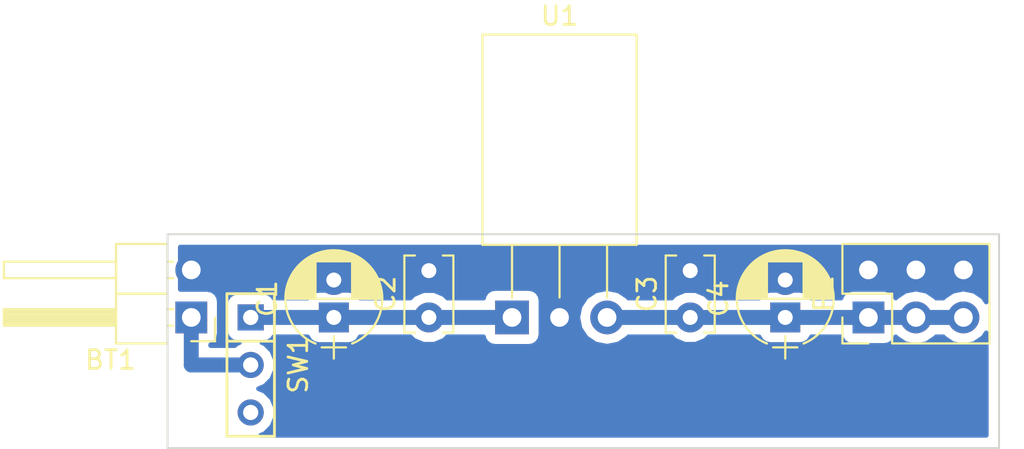
<source format=kicad_pcb>
(kicad_pcb (version 4) (host pcbnew 4.0.2-stable)

  (general
    (links 17)
    (no_connects 0)
    (area 161.024999 109.12 216.09 133.466904)
    (thickness 1.6)
    (drawings 4)
    (tracks 29)
    (zones 0)
    (modules 8)
    (nets 6)
  )

  (page A4)
  (layers
    (0 F.Cu signal)
    (31 B.Cu signal)
    (32 B.Adhes user)
    (33 F.Adhes user)
    (34 B.Paste user)
    (35 F.Paste user)
    (36 B.SilkS user)
    (37 F.SilkS user)
    (38 B.Mask user)
    (39 F.Mask user)
    (40 Dwgs.User user)
    (41 Cmts.User user)
    (42 Eco1.User user)
    (43 Eco2.User user)
    (44 Edge.Cuts user)
    (45 Margin user)
    (46 B.CrtYd user)
    (47 F.CrtYd user)
    (48 B.Fab user)
    (49 F.Fab user)
  )

  (setup
    (last_trace_width 0.8)
    (user_trace_width 0.8)
    (user_trace_width 1)
    (trace_clearance 0.2)
    (zone_clearance 0.508)
    (zone_45_only no)
    (trace_min 0.2)
    (segment_width 0.2)
    (edge_width 0.1)
    (via_size 0.6)
    (via_drill 0.4)
    (via_min_size 0.4)
    (via_min_drill 0.3)
    (uvia_size 0.3)
    (uvia_drill 0.1)
    (uvias_allowed no)
    (uvia_min_size 0.2)
    (uvia_min_drill 0.1)
    (pcb_text_width 0.3)
    (pcb_text_size 1.5 1.5)
    (mod_edge_width 0.15)
    (mod_text_size 1 1)
    (mod_text_width 0.15)
    (pad_size 1.8 1.8)
    (pad_drill 1)
    (pad_to_mask_clearance 0)
    (aux_axis_origin 0 0)
    (visible_elements 7FFFFFFF)
    (pcbplotparams
      (layerselection 0x01000_80000000)
      (usegerberextensions false)
      (excludeedgelayer true)
      (linewidth 0.100000)
      (plotframeref false)
      (viasonmask false)
      (mode 1)
      (useauxorigin false)
      (hpglpennumber 1)
      (hpglpenspeed 20)
      (hpglpendiameter 15)
      (hpglpenoverlay 2)
      (psnegative false)
      (psa4output false)
      (plotreference true)
      (plotvalue true)
      (plotinvisibletext false)
      (padsonsilk false)
      (subtractmaskfromsilk false)
      (outputformat 1)
      (mirror false)
      (drillshape 0)
      (scaleselection 1)
      (outputdirectory 切削データ/))
  )

  (net 0 "")
  (net 1 "Net-(BT1-Pad1)")
  (net 2 "Net-(C1-Pad1)")
  (net 3 "Net-(SW1-Pad3)")
  (net 4 GND)
  (net 5 +5V)

  (net_class Default "これは標準のネット クラスです。"
    (clearance 0.2)
    (trace_width 0.25)
    (via_dia 0.6)
    (via_drill 0.4)
    (uvia_dia 0.3)
    (uvia_drill 0.1)
    (add_net +5V)
    (add_net GND)
    (add_net "Net-(BT1-Pad1)")
    (add_net "Net-(C1-Pad1)")
    (add_net "Net-(SW1-Pad3)")
  )

  (module Pin_Headers:Pin_Header_Angled_1x02_Pitch2.54mm (layer F.Cu) (tedit 5862ED52) (tstamp 58B11175)
    (at 171.45 126.365 180)
    (descr "Through hole angled pin header, 1x02, 2.54mm pitch, 6mm pin length, single row")
    (tags "Through hole angled pin header THT 1x02 2.54mm single row")
    (path /58B0ECEC)
    (fp_text reference BT1 (at 4.315 -2.27 180) (layer F.SilkS)
      (effects (font (size 1 1) (thickness 0.15)))
    )
    (fp_text value Battery (at 4.315 4.81 180) (layer F.Fab)
      (effects (font (size 1 1) (thickness 0.15)))
    )
    (fp_line (start 1.4 -1.27) (end 1.4 1.27) (layer F.Fab) (width 0.1))
    (fp_line (start 1.4 1.27) (end 3.9 1.27) (layer F.Fab) (width 0.1))
    (fp_line (start 3.9 1.27) (end 3.9 -1.27) (layer F.Fab) (width 0.1))
    (fp_line (start 3.9 -1.27) (end 1.4 -1.27) (layer F.Fab) (width 0.1))
    (fp_line (start 0 -0.32) (end 0 0.32) (layer F.Fab) (width 0.1))
    (fp_line (start 0 0.32) (end 9.9 0.32) (layer F.Fab) (width 0.1))
    (fp_line (start 9.9 0.32) (end 9.9 -0.32) (layer F.Fab) (width 0.1))
    (fp_line (start 9.9 -0.32) (end 0 -0.32) (layer F.Fab) (width 0.1))
    (fp_line (start 1.4 1.27) (end 1.4 3.81) (layer F.Fab) (width 0.1))
    (fp_line (start 1.4 3.81) (end 3.9 3.81) (layer F.Fab) (width 0.1))
    (fp_line (start 3.9 3.81) (end 3.9 1.27) (layer F.Fab) (width 0.1))
    (fp_line (start 3.9 1.27) (end 1.4 1.27) (layer F.Fab) (width 0.1))
    (fp_line (start 0 2.22) (end 0 2.86) (layer F.Fab) (width 0.1))
    (fp_line (start 0 2.86) (end 9.9 2.86) (layer F.Fab) (width 0.1))
    (fp_line (start 9.9 2.86) (end 9.9 2.22) (layer F.Fab) (width 0.1))
    (fp_line (start 9.9 2.22) (end 0 2.22) (layer F.Fab) (width 0.1))
    (fp_line (start 1.28 -1.39) (end 1.28 1.27) (layer F.SilkS) (width 0.12))
    (fp_line (start 1.28 1.27) (end 4.02 1.27) (layer F.SilkS) (width 0.12))
    (fp_line (start 4.02 1.27) (end 4.02 -1.39) (layer F.SilkS) (width 0.12))
    (fp_line (start 4.02 -1.39) (end 1.28 -1.39) (layer F.SilkS) (width 0.12))
    (fp_line (start 4.02 -0.44) (end 4.02 0.44) (layer F.SilkS) (width 0.12))
    (fp_line (start 4.02 0.44) (end 10.02 0.44) (layer F.SilkS) (width 0.12))
    (fp_line (start 10.02 0.44) (end 10.02 -0.44) (layer F.SilkS) (width 0.12))
    (fp_line (start 10.02 -0.44) (end 4.02 -0.44) (layer F.SilkS) (width 0.12))
    (fp_line (start 0.97 -0.44) (end 1.28 -0.44) (layer F.SilkS) (width 0.12))
    (fp_line (start 0.97 0.44) (end 1.28 0.44) (layer F.SilkS) (width 0.12))
    (fp_line (start 4.02 -0.32) (end 10.02 -0.32) (layer F.SilkS) (width 0.12))
    (fp_line (start 4.02 -0.2) (end 10.02 -0.2) (layer F.SilkS) (width 0.12))
    (fp_line (start 4.02 -0.08) (end 10.02 -0.08) (layer F.SilkS) (width 0.12))
    (fp_line (start 4.02 0.04) (end 10.02 0.04) (layer F.SilkS) (width 0.12))
    (fp_line (start 4.02 0.16) (end 10.02 0.16) (layer F.SilkS) (width 0.12))
    (fp_line (start 4.02 0.28) (end 10.02 0.28) (layer F.SilkS) (width 0.12))
    (fp_line (start 4.02 0.4) (end 10.02 0.4) (layer F.SilkS) (width 0.12))
    (fp_line (start 1.28 1.27) (end 1.28 3.93) (layer F.SilkS) (width 0.12))
    (fp_line (start 1.28 3.93) (end 4.02 3.93) (layer F.SilkS) (width 0.12))
    (fp_line (start 4.02 3.93) (end 4.02 1.27) (layer F.SilkS) (width 0.12))
    (fp_line (start 4.02 1.27) (end 1.28 1.27) (layer F.SilkS) (width 0.12))
    (fp_line (start 4.02 2.1) (end 4.02 2.98) (layer F.SilkS) (width 0.12))
    (fp_line (start 4.02 2.98) (end 10.02 2.98) (layer F.SilkS) (width 0.12))
    (fp_line (start 10.02 2.98) (end 10.02 2.1) (layer F.SilkS) (width 0.12))
    (fp_line (start 10.02 2.1) (end 4.02 2.1) (layer F.SilkS) (width 0.12))
    (fp_line (start 0.97 2.1) (end 1.28 2.1) (layer F.SilkS) (width 0.12))
    (fp_line (start 0.97 2.98) (end 1.28 2.98) (layer F.SilkS) (width 0.12))
    (fp_line (start -1.27 0) (end -1.27 -1.27) (layer F.SilkS) (width 0.12))
    (fp_line (start -1.27 -1.27) (end 0 -1.27) (layer F.SilkS) (width 0.12))
    (fp_line (start -1.6 -1.6) (end -1.6 4.1) (layer F.CrtYd) (width 0.05))
    (fp_line (start -1.6 4.1) (end 10.2 4.1) (layer F.CrtYd) (width 0.05))
    (fp_line (start 10.2 4.1) (end 10.2 -1.6) (layer F.CrtYd) (width 0.05))
    (fp_line (start 10.2 -1.6) (end -1.6 -1.6) (layer F.CrtYd) (width 0.05))
    (pad 1 thru_hole rect (at 0 0 180) (size 1.7 1.7) (drill 1) (layers *.Cu *.Mask)
      (net 1 "Net-(BT1-Pad1)"))
    (pad 2 thru_hole oval (at 0 2.54 180) (size 1.7 1.7) (drill 1) (layers *.Cu *.Mask)
      (net 4 GND))
    (model Pin_Headers.3dshapes/Pin_Header_Angled_1x02_Pitch2.54mm.wrl
      (at (xyz 0 -0.05 0))
      (scale (xyz 1 1 1))
      (rotate (xyz 0 0 90))
    )
  )

  (module Capacitors_THT:CP_Radial_D5.0mm_P2.00mm (layer F.Cu) (tedit 58765D06) (tstamp 58B1117B)
    (at 179.07 126.365 90)
    (descr "CP, Radial series, Radial, pin pitch=2.00mm, , diameter=5mm, Electrolytic Capacitor")
    (tags "CP Radial series Radial pin pitch 2.00mm  diameter 5mm Electrolytic Capacitor")
    (path /58B0E931)
    (fp_text reference C1 (at 1 -3.56 90) (layer F.SilkS)
      (effects (font (size 1 1) (thickness 0.15)))
    )
    (fp_text value CP (at 1 3.56 90) (layer F.Fab)
      (effects (font (size 1 1) (thickness 0.15)))
    )
    (fp_arc (start 1 0) (end -1.397436 -0.98) (angle 135.5) (layer F.SilkS) (width 0.12))
    (fp_arc (start 1 0) (end -1.397436 0.98) (angle -135.5) (layer F.SilkS) (width 0.12))
    (fp_arc (start 1 0) (end 3.397436 -0.98) (angle 44.5) (layer F.SilkS) (width 0.12))
    (fp_circle (center 1 0) (end 3.5 0) (layer F.Fab) (width 0.1))
    (fp_line (start -2.2 0) (end -1 0) (layer F.Fab) (width 0.1))
    (fp_line (start -1.6 -0.65) (end -1.6 0.65) (layer F.Fab) (width 0.1))
    (fp_line (start 1 -2.55) (end 1 2.55) (layer F.SilkS) (width 0.12))
    (fp_line (start 1.04 -2.55) (end 1.04 -0.98) (layer F.SilkS) (width 0.12))
    (fp_line (start 1.04 0.98) (end 1.04 2.55) (layer F.SilkS) (width 0.12))
    (fp_line (start 1.08 -2.549) (end 1.08 -0.98) (layer F.SilkS) (width 0.12))
    (fp_line (start 1.08 0.98) (end 1.08 2.549) (layer F.SilkS) (width 0.12))
    (fp_line (start 1.12 -2.548) (end 1.12 -0.98) (layer F.SilkS) (width 0.12))
    (fp_line (start 1.12 0.98) (end 1.12 2.548) (layer F.SilkS) (width 0.12))
    (fp_line (start 1.16 -2.546) (end 1.16 -0.98) (layer F.SilkS) (width 0.12))
    (fp_line (start 1.16 0.98) (end 1.16 2.546) (layer F.SilkS) (width 0.12))
    (fp_line (start 1.2 -2.543) (end 1.2 -0.98) (layer F.SilkS) (width 0.12))
    (fp_line (start 1.2 0.98) (end 1.2 2.543) (layer F.SilkS) (width 0.12))
    (fp_line (start 1.24 -2.539) (end 1.24 -0.98) (layer F.SilkS) (width 0.12))
    (fp_line (start 1.24 0.98) (end 1.24 2.539) (layer F.SilkS) (width 0.12))
    (fp_line (start 1.28 -2.535) (end 1.28 -0.98) (layer F.SilkS) (width 0.12))
    (fp_line (start 1.28 0.98) (end 1.28 2.535) (layer F.SilkS) (width 0.12))
    (fp_line (start 1.32 -2.531) (end 1.32 -0.98) (layer F.SilkS) (width 0.12))
    (fp_line (start 1.32 0.98) (end 1.32 2.531) (layer F.SilkS) (width 0.12))
    (fp_line (start 1.36 -2.525) (end 1.36 -0.98) (layer F.SilkS) (width 0.12))
    (fp_line (start 1.36 0.98) (end 1.36 2.525) (layer F.SilkS) (width 0.12))
    (fp_line (start 1.4 -2.519) (end 1.4 -0.98) (layer F.SilkS) (width 0.12))
    (fp_line (start 1.4 0.98) (end 1.4 2.519) (layer F.SilkS) (width 0.12))
    (fp_line (start 1.44 -2.513) (end 1.44 -0.98) (layer F.SilkS) (width 0.12))
    (fp_line (start 1.44 0.98) (end 1.44 2.513) (layer F.SilkS) (width 0.12))
    (fp_line (start 1.48 -2.506) (end 1.48 -0.98) (layer F.SilkS) (width 0.12))
    (fp_line (start 1.48 0.98) (end 1.48 2.506) (layer F.SilkS) (width 0.12))
    (fp_line (start 1.52 -2.498) (end 1.52 -0.98) (layer F.SilkS) (width 0.12))
    (fp_line (start 1.52 0.98) (end 1.52 2.498) (layer F.SilkS) (width 0.12))
    (fp_line (start 1.56 -2.489) (end 1.56 -0.98) (layer F.SilkS) (width 0.12))
    (fp_line (start 1.56 0.98) (end 1.56 2.489) (layer F.SilkS) (width 0.12))
    (fp_line (start 1.6 -2.48) (end 1.6 -0.98) (layer F.SilkS) (width 0.12))
    (fp_line (start 1.6 0.98) (end 1.6 2.48) (layer F.SilkS) (width 0.12))
    (fp_line (start 1.64 -2.47) (end 1.64 -0.98) (layer F.SilkS) (width 0.12))
    (fp_line (start 1.64 0.98) (end 1.64 2.47) (layer F.SilkS) (width 0.12))
    (fp_line (start 1.68 -2.46) (end 1.68 -0.98) (layer F.SilkS) (width 0.12))
    (fp_line (start 1.68 0.98) (end 1.68 2.46) (layer F.SilkS) (width 0.12))
    (fp_line (start 1.721 -2.448) (end 1.721 -0.98) (layer F.SilkS) (width 0.12))
    (fp_line (start 1.721 0.98) (end 1.721 2.448) (layer F.SilkS) (width 0.12))
    (fp_line (start 1.761 -2.436) (end 1.761 -0.98) (layer F.SilkS) (width 0.12))
    (fp_line (start 1.761 0.98) (end 1.761 2.436) (layer F.SilkS) (width 0.12))
    (fp_line (start 1.801 -2.424) (end 1.801 -0.98) (layer F.SilkS) (width 0.12))
    (fp_line (start 1.801 0.98) (end 1.801 2.424) (layer F.SilkS) (width 0.12))
    (fp_line (start 1.841 -2.41) (end 1.841 -0.98) (layer F.SilkS) (width 0.12))
    (fp_line (start 1.841 0.98) (end 1.841 2.41) (layer F.SilkS) (width 0.12))
    (fp_line (start 1.881 -2.396) (end 1.881 -0.98) (layer F.SilkS) (width 0.12))
    (fp_line (start 1.881 0.98) (end 1.881 2.396) (layer F.SilkS) (width 0.12))
    (fp_line (start 1.921 -2.382) (end 1.921 -0.98) (layer F.SilkS) (width 0.12))
    (fp_line (start 1.921 0.98) (end 1.921 2.382) (layer F.SilkS) (width 0.12))
    (fp_line (start 1.961 -2.366) (end 1.961 -0.98) (layer F.SilkS) (width 0.12))
    (fp_line (start 1.961 0.98) (end 1.961 2.366) (layer F.SilkS) (width 0.12))
    (fp_line (start 2.001 -2.35) (end 2.001 -0.98) (layer F.SilkS) (width 0.12))
    (fp_line (start 2.001 0.98) (end 2.001 2.35) (layer F.SilkS) (width 0.12))
    (fp_line (start 2.041 -2.333) (end 2.041 -0.98) (layer F.SilkS) (width 0.12))
    (fp_line (start 2.041 0.98) (end 2.041 2.333) (layer F.SilkS) (width 0.12))
    (fp_line (start 2.081 -2.315) (end 2.081 -0.98) (layer F.SilkS) (width 0.12))
    (fp_line (start 2.081 0.98) (end 2.081 2.315) (layer F.SilkS) (width 0.12))
    (fp_line (start 2.121 -2.296) (end 2.121 -0.98) (layer F.SilkS) (width 0.12))
    (fp_line (start 2.121 0.98) (end 2.121 2.296) (layer F.SilkS) (width 0.12))
    (fp_line (start 2.161 -2.276) (end 2.161 -0.98) (layer F.SilkS) (width 0.12))
    (fp_line (start 2.161 0.98) (end 2.161 2.276) (layer F.SilkS) (width 0.12))
    (fp_line (start 2.201 -2.256) (end 2.201 -0.98) (layer F.SilkS) (width 0.12))
    (fp_line (start 2.201 0.98) (end 2.201 2.256) (layer F.SilkS) (width 0.12))
    (fp_line (start 2.241 -2.234) (end 2.241 -0.98) (layer F.SilkS) (width 0.12))
    (fp_line (start 2.241 0.98) (end 2.241 2.234) (layer F.SilkS) (width 0.12))
    (fp_line (start 2.281 -2.212) (end 2.281 -0.98) (layer F.SilkS) (width 0.12))
    (fp_line (start 2.281 0.98) (end 2.281 2.212) (layer F.SilkS) (width 0.12))
    (fp_line (start 2.321 -2.189) (end 2.321 -0.98) (layer F.SilkS) (width 0.12))
    (fp_line (start 2.321 0.98) (end 2.321 2.189) (layer F.SilkS) (width 0.12))
    (fp_line (start 2.361 -2.165) (end 2.361 -0.98) (layer F.SilkS) (width 0.12))
    (fp_line (start 2.361 0.98) (end 2.361 2.165) (layer F.SilkS) (width 0.12))
    (fp_line (start 2.401 -2.14) (end 2.401 -0.98) (layer F.SilkS) (width 0.12))
    (fp_line (start 2.401 0.98) (end 2.401 2.14) (layer F.SilkS) (width 0.12))
    (fp_line (start 2.441 -2.113) (end 2.441 -0.98) (layer F.SilkS) (width 0.12))
    (fp_line (start 2.441 0.98) (end 2.441 2.113) (layer F.SilkS) (width 0.12))
    (fp_line (start 2.481 -2.086) (end 2.481 -0.98) (layer F.SilkS) (width 0.12))
    (fp_line (start 2.481 0.98) (end 2.481 2.086) (layer F.SilkS) (width 0.12))
    (fp_line (start 2.521 -2.058) (end 2.521 -0.98) (layer F.SilkS) (width 0.12))
    (fp_line (start 2.521 0.98) (end 2.521 2.058) (layer F.SilkS) (width 0.12))
    (fp_line (start 2.561 -2.028) (end 2.561 -0.98) (layer F.SilkS) (width 0.12))
    (fp_line (start 2.561 0.98) (end 2.561 2.028) (layer F.SilkS) (width 0.12))
    (fp_line (start 2.601 -1.997) (end 2.601 -0.98) (layer F.SilkS) (width 0.12))
    (fp_line (start 2.601 0.98) (end 2.601 1.997) (layer F.SilkS) (width 0.12))
    (fp_line (start 2.641 -1.965) (end 2.641 -0.98) (layer F.SilkS) (width 0.12))
    (fp_line (start 2.641 0.98) (end 2.641 1.965) (layer F.SilkS) (width 0.12))
    (fp_line (start 2.681 -1.932) (end 2.681 -0.98) (layer F.SilkS) (width 0.12))
    (fp_line (start 2.681 0.98) (end 2.681 1.932) (layer F.SilkS) (width 0.12))
    (fp_line (start 2.721 -1.897) (end 2.721 -0.98) (layer F.SilkS) (width 0.12))
    (fp_line (start 2.721 0.98) (end 2.721 1.897) (layer F.SilkS) (width 0.12))
    (fp_line (start 2.761 -1.861) (end 2.761 -0.98) (layer F.SilkS) (width 0.12))
    (fp_line (start 2.761 0.98) (end 2.761 1.861) (layer F.SilkS) (width 0.12))
    (fp_line (start 2.801 -1.823) (end 2.801 -0.98) (layer F.SilkS) (width 0.12))
    (fp_line (start 2.801 0.98) (end 2.801 1.823) (layer F.SilkS) (width 0.12))
    (fp_line (start 2.841 -1.783) (end 2.841 -0.98) (layer F.SilkS) (width 0.12))
    (fp_line (start 2.841 0.98) (end 2.841 1.783) (layer F.SilkS) (width 0.12))
    (fp_line (start 2.881 -1.742) (end 2.881 -0.98) (layer F.SilkS) (width 0.12))
    (fp_line (start 2.881 0.98) (end 2.881 1.742) (layer F.SilkS) (width 0.12))
    (fp_line (start 2.921 -1.699) (end 2.921 -0.98) (layer F.SilkS) (width 0.12))
    (fp_line (start 2.921 0.98) (end 2.921 1.699) (layer F.SilkS) (width 0.12))
    (fp_line (start 2.961 -1.654) (end 2.961 -0.98) (layer F.SilkS) (width 0.12))
    (fp_line (start 2.961 0.98) (end 2.961 1.654) (layer F.SilkS) (width 0.12))
    (fp_line (start 3.001 -1.606) (end 3.001 1.606) (layer F.SilkS) (width 0.12))
    (fp_line (start 3.041 -1.556) (end 3.041 1.556) (layer F.SilkS) (width 0.12))
    (fp_line (start 3.081 -1.504) (end 3.081 1.504) (layer F.SilkS) (width 0.12))
    (fp_line (start 3.121 -1.448) (end 3.121 1.448) (layer F.SilkS) (width 0.12))
    (fp_line (start 3.161 -1.39) (end 3.161 1.39) (layer F.SilkS) (width 0.12))
    (fp_line (start 3.201 -1.327) (end 3.201 1.327) (layer F.SilkS) (width 0.12))
    (fp_line (start 3.241 -1.261) (end 3.241 1.261) (layer F.SilkS) (width 0.12))
    (fp_line (start 3.281 -1.189) (end 3.281 1.189) (layer F.SilkS) (width 0.12))
    (fp_line (start 3.321 -1.112) (end 3.321 1.112) (layer F.SilkS) (width 0.12))
    (fp_line (start 3.361 -1.028) (end 3.361 1.028) (layer F.SilkS) (width 0.12))
    (fp_line (start 3.401 -0.934) (end 3.401 0.934) (layer F.SilkS) (width 0.12))
    (fp_line (start 3.441 -0.829) (end 3.441 0.829) (layer F.SilkS) (width 0.12))
    (fp_line (start 3.481 -0.707) (end 3.481 0.707) (layer F.SilkS) (width 0.12))
    (fp_line (start 3.521 -0.559) (end 3.521 0.559) (layer F.SilkS) (width 0.12))
    (fp_line (start 3.561 -0.354) (end 3.561 0.354) (layer F.SilkS) (width 0.12))
    (fp_line (start -2.2 0) (end -1 0) (layer F.SilkS) (width 0.12))
    (fp_line (start -1.6 -0.65) (end -1.6 0.65) (layer F.SilkS) (width 0.12))
    (fp_line (start -1.85 -2.85) (end -1.85 2.85) (layer F.CrtYd) (width 0.05))
    (fp_line (start -1.85 2.85) (end 3.85 2.85) (layer F.CrtYd) (width 0.05))
    (fp_line (start 3.85 2.85) (end 3.85 -2.85) (layer F.CrtYd) (width 0.05))
    (fp_line (start 3.85 -2.85) (end -1.85 -2.85) (layer F.CrtYd) (width 0.05))
    (pad 1 thru_hole rect (at 0 0 90) (size 1.6 1.6) (drill 0.8) (layers *.Cu *.Mask)
      (net 2 "Net-(C1-Pad1)"))
    (pad 2 thru_hole circle (at 2 0 90) (size 1.6 1.6) (drill 0.8) (layers *.Cu *.Mask)
      (net 4 GND))
    (model Capacitors_THT.3dshapes/CP_Radial_D5.0mm_P2.00mm.wrl
      (at (xyz 0 0 0))
      (scale (xyz 0.393701 0.393701 0.393701))
      (rotate (xyz 0 0 0))
    )
  )

  (module Capacitors_THT:C_Rect_L4.0mm_W2.5mm_P2.50mm (layer F.Cu) (tedit 58B1442D) (tstamp 58B11181)
    (at 184.15 126.365 90)
    (descr "C, Rect series, Radial, pin pitch=2.50mm, , length*width=4*2.5mm^2, Capacitor")
    (tags "C Rect series Radial pin pitch 2.50mm  length 4mm width 2.5mm Capacitor")
    (path /58B0E7BB)
    (fp_text reference C2 (at 1.25 -2.31 90) (layer F.SilkS)
      (effects (font (size 1 1) (thickness 0.15)))
    )
    (fp_text value C (at 1.25 2.31 90) (layer F.Fab)
      (effects (font (size 1 1) (thickness 0.15)))
    )
    (fp_line (start -0.75 -1.25) (end -0.75 1.25) (layer F.Fab) (width 0.1))
    (fp_line (start -0.75 1.25) (end 3.25 1.25) (layer F.Fab) (width 0.1))
    (fp_line (start 3.25 1.25) (end 3.25 -1.25) (layer F.Fab) (width 0.1))
    (fp_line (start 3.25 -1.25) (end -0.75 -1.25) (layer F.Fab) (width 0.1))
    (fp_line (start -0.81 -1.31) (end 3.31 -1.31) (layer F.SilkS) (width 0.12))
    (fp_line (start -0.81 1.31) (end 3.31 1.31) (layer F.SilkS) (width 0.12))
    (fp_line (start -0.81 -1.31) (end -0.81 -0.75) (layer F.SilkS) (width 0.12))
    (fp_line (start -0.81 0.75) (end -0.81 1.31) (layer F.SilkS) (width 0.12))
    (fp_line (start 3.31 -1.31) (end 3.31 -0.75) (layer F.SilkS) (width 0.12))
    (fp_line (start 3.31 0.75) (end 3.31 1.31) (layer F.SilkS) (width 0.12))
    (fp_line (start -1.1 -1.6) (end -1.1 1.6) (layer F.CrtYd) (width 0.05))
    (fp_line (start -1.1 1.6) (end 3.6 1.6) (layer F.CrtYd) (width 0.05))
    (fp_line (start 3.6 1.6) (end 3.6 -1.6) (layer F.CrtYd) (width 0.05))
    (fp_line (start 3.6 -1.6) (end -1.1 -1.6) (layer F.CrtYd) (width 0.05))
    (pad 1 thru_hole circle (at 0 0 90) (size 1.6 1.6) (drill 0.8) (layers *.Cu *.Mask)
      (net 2 "Net-(C1-Pad1)"))
    (pad 2 thru_hole circle (at 2.5 0 90) (size 1.6 1.6) (drill 0.8) (layers *.Cu *.Mask)
      (net 4 GND))
    (model Capacitors_THT.3dshapes/C_Rect_L4.0mm_W2.5mm_P2.50mm.wrl
      (at (xyz 0 0 0))
      (scale (xyz 0.393701 0.393701 0.393701))
      (rotate (xyz 0 0 0))
    )
  )

  (module Capacitors_THT:C_Rect_L4.0mm_W2.5mm_P2.50mm (layer F.Cu) (tedit 58765D05) (tstamp 58B11187)
    (at 198.12 126.365 90)
    (descr "C, Rect series, Radial, pin pitch=2.50mm, , length*width=4*2.5mm^2, Capacitor")
    (tags "C Rect series Radial pin pitch 2.50mm  length 4mm width 2.5mm Capacitor")
    (path /58B0E850)
    (fp_text reference C3 (at 1.25 -2.31 90) (layer F.SilkS)
      (effects (font (size 1 1) (thickness 0.15)))
    )
    (fp_text value C (at 1.25 2.31 90) (layer F.Fab)
      (effects (font (size 1 1) (thickness 0.15)))
    )
    (fp_line (start -0.75 -1.25) (end -0.75 1.25) (layer F.Fab) (width 0.1))
    (fp_line (start -0.75 1.25) (end 3.25 1.25) (layer F.Fab) (width 0.1))
    (fp_line (start 3.25 1.25) (end 3.25 -1.25) (layer F.Fab) (width 0.1))
    (fp_line (start 3.25 -1.25) (end -0.75 -1.25) (layer F.Fab) (width 0.1))
    (fp_line (start -0.81 -1.31) (end 3.31 -1.31) (layer F.SilkS) (width 0.12))
    (fp_line (start -0.81 1.31) (end 3.31 1.31) (layer F.SilkS) (width 0.12))
    (fp_line (start -0.81 -1.31) (end -0.81 -0.75) (layer F.SilkS) (width 0.12))
    (fp_line (start -0.81 0.75) (end -0.81 1.31) (layer F.SilkS) (width 0.12))
    (fp_line (start 3.31 -1.31) (end 3.31 -0.75) (layer F.SilkS) (width 0.12))
    (fp_line (start 3.31 0.75) (end 3.31 1.31) (layer F.SilkS) (width 0.12))
    (fp_line (start -1.1 -1.6) (end -1.1 1.6) (layer F.CrtYd) (width 0.05))
    (fp_line (start -1.1 1.6) (end 3.6 1.6) (layer F.CrtYd) (width 0.05))
    (fp_line (start 3.6 1.6) (end 3.6 -1.6) (layer F.CrtYd) (width 0.05))
    (fp_line (start 3.6 -1.6) (end -1.1 -1.6) (layer F.CrtYd) (width 0.05))
    (pad 1 thru_hole circle (at 0 0 90) (size 1.6 1.6) (drill 0.8) (layers *.Cu *.Mask)
      (net 5 +5V))
    (pad 2 thru_hole circle (at 2.5 0 90) (size 1.6 1.6) (drill 0.8) (layers *.Cu *.Mask)
      (net 4 GND))
    (model Capacitors_THT.3dshapes/C_Rect_L4.0mm_W2.5mm_P2.50mm.wrl
      (at (xyz 0 0 0))
      (scale (xyz 0.393701 0.393701 0.393701))
      (rotate (xyz 0 0 0))
    )
  )

  (module Capacitors_THT:CP_Radial_D5.0mm_P2.00mm (layer F.Cu) (tedit 58765D06) (tstamp 58B1118D)
    (at 203.2 126.365 90)
    (descr "CP, Radial series, Radial, pin pitch=2.00mm, , diameter=5mm, Electrolytic Capacitor")
    (tags "CP Radial series Radial pin pitch 2.00mm  diameter 5mm Electrolytic Capacitor")
    (path /58B0E9AA)
    (fp_text reference C4 (at 1 -3.56 90) (layer F.SilkS)
      (effects (font (size 1 1) (thickness 0.15)))
    )
    (fp_text value CP (at 1 3.56 90) (layer F.Fab)
      (effects (font (size 1 1) (thickness 0.15)))
    )
    (fp_arc (start 1 0) (end -1.397436 -0.98) (angle 135.5) (layer F.SilkS) (width 0.12))
    (fp_arc (start 1 0) (end -1.397436 0.98) (angle -135.5) (layer F.SilkS) (width 0.12))
    (fp_arc (start 1 0) (end 3.397436 -0.98) (angle 44.5) (layer F.SilkS) (width 0.12))
    (fp_circle (center 1 0) (end 3.5 0) (layer F.Fab) (width 0.1))
    (fp_line (start -2.2 0) (end -1 0) (layer F.Fab) (width 0.1))
    (fp_line (start -1.6 -0.65) (end -1.6 0.65) (layer F.Fab) (width 0.1))
    (fp_line (start 1 -2.55) (end 1 2.55) (layer F.SilkS) (width 0.12))
    (fp_line (start 1.04 -2.55) (end 1.04 -0.98) (layer F.SilkS) (width 0.12))
    (fp_line (start 1.04 0.98) (end 1.04 2.55) (layer F.SilkS) (width 0.12))
    (fp_line (start 1.08 -2.549) (end 1.08 -0.98) (layer F.SilkS) (width 0.12))
    (fp_line (start 1.08 0.98) (end 1.08 2.549) (layer F.SilkS) (width 0.12))
    (fp_line (start 1.12 -2.548) (end 1.12 -0.98) (layer F.SilkS) (width 0.12))
    (fp_line (start 1.12 0.98) (end 1.12 2.548) (layer F.SilkS) (width 0.12))
    (fp_line (start 1.16 -2.546) (end 1.16 -0.98) (layer F.SilkS) (width 0.12))
    (fp_line (start 1.16 0.98) (end 1.16 2.546) (layer F.SilkS) (width 0.12))
    (fp_line (start 1.2 -2.543) (end 1.2 -0.98) (layer F.SilkS) (width 0.12))
    (fp_line (start 1.2 0.98) (end 1.2 2.543) (layer F.SilkS) (width 0.12))
    (fp_line (start 1.24 -2.539) (end 1.24 -0.98) (layer F.SilkS) (width 0.12))
    (fp_line (start 1.24 0.98) (end 1.24 2.539) (layer F.SilkS) (width 0.12))
    (fp_line (start 1.28 -2.535) (end 1.28 -0.98) (layer F.SilkS) (width 0.12))
    (fp_line (start 1.28 0.98) (end 1.28 2.535) (layer F.SilkS) (width 0.12))
    (fp_line (start 1.32 -2.531) (end 1.32 -0.98) (layer F.SilkS) (width 0.12))
    (fp_line (start 1.32 0.98) (end 1.32 2.531) (layer F.SilkS) (width 0.12))
    (fp_line (start 1.36 -2.525) (end 1.36 -0.98) (layer F.SilkS) (width 0.12))
    (fp_line (start 1.36 0.98) (end 1.36 2.525) (layer F.SilkS) (width 0.12))
    (fp_line (start 1.4 -2.519) (end 1.4 -0.98) (layer F.SilkS) (width 0.12))
    (fp_line (start 1.4 0.98) (end 1.4 2.519) (layer F.SilkS) (width 0.12))
    (fp_line (start 1.44 -2.513) (end 1.44 -0.98) (layer F.SilkS) (width 0.12))
    (fp_line (start 1.44 0.98) (end 1.44 2.513) (layer F.SilkS) (width 0.12))
    (fp_line (start 1.48 -2.506) (end 1.48 -0.98) (layer F.SilkS) (width 0.12))
    (fp_line (start 1.48 0.98) (end 1.48 2.506) (layer F.SilkS) (width 0.12))
    (fp_line (start 1.52 -2.498) (end 1.52 -0.98) (layer F.SilkS) (width 0.12))
    (fp_line (start 1.52 0.98) (end 1.52 2.498) (layer F.SilkS) (width 0.12))
    (fp_line (start 1.56 -2.489) (end 1.56 -0.98) (layer F.SilkS) (width 0.12))
    (fp_line (start 1.56 0.98) (end 1.56 2.489) (layer F.SilkS) (width 0.12))
    (fp_line (start 1.6 -2.48) (end 1.6 -0.98) (layer F.SilkS) (width 0.12))
    (fp_line (start 1.6 0.98) (end 1.6 2.48) (layer F.SilkS) (width 0.12))
    (fp_line (start 1.64 -2.47) (end 1.64 -0.98) (layer F.SilkS) (width 0.12))
    (fp_line (start 1.64 0.98) (end 1.64 2.47) (layer F.SilkS) (width 0.12))
    (fp_line (start 1.68 -2.46) (end 1.68 -0.98) (layer F.SilkS) (width 0.12))
    (fp_line (start 1.68 0.98) (end 1.68 2.46) (layer F.SilkS) (width 0.12))
    (fp_line (start 1.721 -2.448) (end 1.721 -0.98) (layer F.SilkS) (width 0.12))
    (fp_line (start 1.721 0.98) (end 1.721 2.448) (layer F.SilkS) (width 0.12))
    (fp_line (start 1.761 -2.436) (end 1.761 -0.98) (layer F.SilkS) (width 0.12))
    (fp_line (start 1.761 0.98) (end 1.761 2.436) (layer F.SilkS) (width 0.12))
    (fp_line (start 1.801 -2.424) (end 1.801 -0.98) (layer F.SilkS) (width 0.12))
    (fp_line (start 1.801 0.98) (end 1.801 2.424) (layer F.SilkS) (width 0.12))
    (fp_line (start 1.841 -2.41) (end 1.841 -0.98) (layer F.SilkS) (width 0.12))
    (fp_line (start 1.841 0.98) (end 1.841 2.41) (layer F.SilkS) (width 0.12))
    (fp_line (start 1.881 -2.396) (end 1.881 -0.98) (layer F.SilkS) (width 0.12))
    (fp_line (start 1.881 0.98) (end 1.881 2.396) (layer F.SilkS) (width 0.12))
    (fp_line (start 1.921 -2.382) (end 1.921 -0.98) (layer F.SilkS) (width 0.12))
    (fp_line (start 1.921 0.98) (end 1.921 2.382) (layer F.SilkS) (width 0.12))
    (fp_line (start 1.961 -2.366) (end 1.961 -0.98) (layer F.SilkS) (width 0.12))
    (fp_line (start 1.961 0.98) (end 1.961 2.366) (layer F.SilkS) (width 0.12))
    (fp_line (start 2.001 -2.35) (end 2.001 -0.98) (layer F.SilkS) (width 0.12))
    (fp_line (start 2.001 0.98) (end 2.001 2.35) (layer F.SilkS) (width 0.12))
    (fp_line (start 2.041 -2.333) (end 2.041 -0.98) (layer F.SilkS) (width 0.12))
    (fp_line (start 2.041 0.98) (end 2.041 2.333) (layer F.SilkS) (width 0.12))
    (fp_line (start 2.081 -2.315) (end 2.081 -0.98) (layer F.SilkS) (width 0.12))
    (fp_line (start 2.081 0.98) (end 2.081 2.315) (layer F.SilkS) (width 0.12))
    (fp_line (start 2.121 -2.296) (end 2.121 -0.98) (layer F.SilkS) (width 0.12))
    (fp_line (start 2.121 0.98) (end 2.121 2.296) (layer F.SilkS) (width 0.12))
    (fp_line (start 2.161 -2.276) (end 2.161 -0.98) (layer F.SilkS) (width 0.12))
    (fp_line (start 2.161 0.98) (end 2.161 2.276) (layer F.SilkS) (width 0.12))
    (fp_line (start 2.201 -2.256) (end 2.201 -0.98) (layer F.SilkS) (width 0.12))
    (fp_line (start 2.201 0.98) (end 2.201 2.256) (layer F.SilkS) (width 0.12))
    (fp_line (start 2.241 -2.234) (end 2.241 -0.98) (layer F.SilkS) (width 0.12))
    (fp_line (start 2.241 0.98) (end 2.241 2.234) (layer F.SilkS) (width 0.12))
    (fp_line (start 2.281 -2.212) (end 2.281 -0.98) (layer F.SilkS) (width 0.12))
    (fp_line (start 2.281 0.98) (end 2.281 2.212) (layer F.SilkS) (width 0.12))
    (fp_line (start 2.321 -2.189) (end 2.321 -0.98) (layer F.SilkS) (width 0.12))
    (fp_line (start 2.321 0.98) (end 2.321 2.189) (layer F.SilkS) (width 0.12))
    (fp_line (start 2.361 -2.165) (end 2.361 -0.98) (layer F.SilkS) (width 0.12))
    (fp_line (start 2.361 0.98) (end 2.361 2.165) (layer F.SilkS) (width 0.12))
    (fp_line (start 2.401 -2.14) (end 2.401 -0.98) (layer F.SilkS) (width 0.12))
    (fp_line (start 2.401 0.98) (end 2.401 2.14) (layer F.SilkS) (width 0.12))
    (fp_line (start 2.441 -2.113) (end 2.441 -0.98) (layer F.SilkS) (width 0.12))
    (fp_line (start 2.441 0.98) (end 2.441 2.113) (layer F.SilkS) (width 0.12))
    (fp_line (start 2.481 -2.086) (end 2.481 -0.98) (layer F.SilkS) (width 0.12))
    (fp_line (start 2.481 0.98) (end 2.481 2.086) (layer F.SilkS) (width 0.12))
    (fp_line (start 2.521 -2.058) (end 2.521 -0.98) (layer F.SilkS) (width 0.12))
    (fp_line (start 2.521 0.98) (end 2.521 2.058) (layer F.SilkS) (width 0.12))
    (fp_line (start 2.561 -2.028) (end 2.561 -0.98) (layer F.SilkS) (width 0.12))
    (fp_line (start 2.561 0.98) (end 2.561 2.028) (layer F.SilkS) (width 0.12))
    (fp_line (start 2.601 -1.997) (end 2.601 -0.98) (layer F.SilkS) (width 0.12))
    (fp_line (start 2.601 0.98) (end 2.601 1.997) (layer F.SilkS) (width 0.12))
    (fp_line (start 2.641 -1.965) (end 2.641 -0.98) (layer F.SilkS) (width 0.12))
    (fp_line (start 2.641 0.98) (end 2.641 1.965) (layer F.SilkS) (width 0.12))
    (fp_line (start 2.681 -1.932) (end 2.681 -0.98) (layer F.SilkS) (width 0.12))
    (fp_line (start 2.681 0.98) (end 2.681 1.932) (layer F.SilkS) (width 0.12))
    (fp_line (start 2.721 -1.897) (end 2.721 -0.98) (layer F.SilkS) (width 0.12))
    (fp_line (start 2.721 0.98) (end 2.721 1.897) (layer F.SilkS) (width 0.12))
    (fp_line (start 2.761 -1.861) (end 2.761 -0.98) (layer F.SilkS) (width 0.12))
    (fp_line (start 2.761 0.98) (end 2.761 1.861) (layer F.SilkS) (width 0.12))
    (fp_line (start 2.801 -1.823) (end 2.801 -0.98) (layer F.SilkS) (width 0.12))
    (fp_line (start 2.801 0.98) (end 2.801 1.823) (layer F.SilkS) (width 0.12))
    (fp_line (start 2.841 -1.783) (end 2.841 -0.98) (layer F.SilkS) (width 0.12))
    (fp_line (start 2.841 0.98) (end 2.841 1.783) (layer F.SilkS) (width 0.12))
    (fp_line (start 2.881 -1.742) (end 2.881 -0.98) (layer F.SilkS) (width 0.12))
    (fp_line (start 2.881 0.98) (end 2.881 1.742) (layer F.SilkS) (width 0.12))
    (fp_line (start 2.921 -1.699) (end 2.921 -0.98) (layer F.SilkS) (width 0.12))
    (fp_line (start 2.921 0.98) (end 2.921 1.699) (layer F.SilkS) (width 0.12))
    (fp_line (start 2.961 -1.654) (end 2.961 -0.98) (layer F.SilkS) (width 0.12))
    (fp_line (start 2.961 0.98) (end 2.961 1.654) (layer F.SilkS) (width 0.12))
    (fp_line (start 3.001 -1.606) (end 3.001 1.606) (layer F.SilkS) (width 0.12))
    (fp_line (start 3.041 -1.556) (end 3.041 1.556) (layer F.SilkS) (width 0.12))
    (fp_line (start 3.081 -1.504) (end 3.081 1.504) (layer F.SilkS) (width 0.12))
    (fp_line (start 3.121 -1.448) (end 3.121 1.448) (layer F.SilkS) (width 0.12))
    (fp_line (start 3.161 -1.39) (end 3.161 1.39) (layer F.SilkS) (width 0.12))
    (fp_line (start 3.201 -1.327) (end 3.201 1.327) (layer F.SilkS) (width 0.12))
    (fp_line (start 3.241 -1.261) (end 3.241 1.261) (layer F.SilkS) (width 0.12))
    (fp_line (start 3.281 -1.189) (end 3.281 1.189) (layer F.SilkS) (width 0.12))
    (fp_line (start 3.321 -1.112) (end 3.321 1.112) (layer F.SilkS) (width 0.12))
    (fp_line (start 3.361 -1.028) (end 3.361 1.028) (layer F.SilkS) (width 0.12))
    (fp_line (start 3.401 -0.934) (end 3.401 0.934) (layer F.SilkS) (width 0.12))
    (fp_line (start 3.441 -0.829) (end 3.441 0.829) (layer F.SilkS) (width 0.12))
    (fp_line (start 3.481 -0.707) (end 3.481 0.707) (layer F.SilkS) (width 0.12))
    (fp_line (start 3.521 -0.559) (end 3.521 0.559) (layer F.SilkS) (width 0.12))
    (fp_line (start 3.561 -0.354) (end 3.561 0.354) (layer F.SilkS) (width 0.12))
    (fp_line (start -2.2 0) (end -1 0) (layer F.SilkS) (width 0.12))
    (fp_line (start -1.6 -0.65) (end -1.6 0.65) (layer F.SilkS) (width 0.12))
    (fp_line (start -1.85 -2.85) (end -1.85 2.85) (layer F.CrtYd) (width 0.05))
    (fp_line (start -1.85 2.85) (end 3.85 2.85) (layer F.CrtYd) (width 0.05))
    (fp_line (start 3.85 2.85) (end 3.85 -2.85) (layer F.CrtYd) (width 0.05))
    (fp_line (start 3.85 -2.85) (end -1.85 -2.85) (layer F.CrtYd) (width 0.05))
    (pad 1 thru_hole rect (at 0 0 90) (size 1.6 1.6) (drill 0.8) (layers *.Cu *.Mask)
      (net 5 +5V))
    (pad 2 thru_hole circle (at 2 0 90) (size 1.6 1.6) (drill 0.8) (layers *.Cu *.Mask)
      (net 4 GND))
    (model Capacitors_THT.3dshapes/CP_Radial_D5.0mm_P2.00mm.wrl
      (at (xyz 0 0 0))
      (scale (xyz 0.393701 0.393701 0.393701))
      (rotate (xyz 0 0 0))
    )
  )

  (module Buttons_Switches_THT:SW_Micro_SPST (layer F.Cu) (tedit 54BFC180) (tstamp 58B1119E)
    (at 174.625 128.905 270)
    (tags "Switch Micro SPST")
    (path /58B0E762)
    (fp_text reference SW1 (at 0 -2.54 270) (layer F.SilkS)
      (effects (font (size 1 1) (thickness 0.15)))
    )
    (fp_text value SWITCH_INV (at 0.025 2.45 270) (layer F.Fab)
      (effects (font (size 1 1) (thickness 0.15)))
    )
    (fp_line (start -3.81 1.27) (end -3.81 -1.27) (layer F.SilkS) (width 0.15))
    (fp_line (start -3.81 -1.27) (end 3.81 -1.27) (layer F.SilkS) (width 0.15))
    (fp_line (start 3.81 -1.27) (end 3.81 1.27) (layer F.SilkS) (width 0.15))
    (fp_line (start 3.81 1.27) (end -3.81 1.27) (layer F.SilkS) (width 0.15))
    (fp_line (start -1.27 -1.27) (end -1.27 1.27) (layer F.SilkS) (width 0.15))
    (pad 1 thru_hole rect (at -2.54 0 270) (size 1.397 1.397) (drill 0.8128) (layers *.Cu *.Mask)
      (net 2 "Net-(C1-Pad1)"))
    (pad 2 thru_hole circle (at 0 0 270) (size 1.397 1.397) (drill 0.8128) (layers *.Cu *.Mask)
      (net 1 "Net-(BT1-Pad1)"))
    (pad 3 thru_hole circle (at 2.54 0 270) (size 1.397 1.397) (drill 0.8128) (layers *.Cu *.Mask)
      (net 3 "Net-(SW1-Pad3)"))
    (model Buttons_Switches_THT.3dshapes/SW_Micro_SPST.wrl
      (at (xyz 0 0 0))
      (scale (xyz 0.33 0.33 0.33))
      (rotate (xyz 0 0 0))
    )
  )

  (module Pin_Headers:Pin_Header_Straight_2x03_Pitch2.54mm (layer F.Cu) (tedit 5862ED53) (tstamp 58B12804)
    (at 207.645 126.365 90)
    (descr "Through hole straight pin header, 2x03, 2.54mm pitch, double rows")
    (tags "Through hole pin header THT 2x03 2.54mm double row")
    (path /58B11A9C)
    (fp_text reference P1 (at 1.27 -2.39 90) (layer F.SilkS)
      (effects (font (size 1 1) (thickness 0.15)))
    )
    (fp_text value CONN_02X03 (at 1.27 7.47 90) (layer F.Fab)
      (effects (font (size 1 1) (thickness 0.15)))
    )
    (fp_line (start -1.27 -1.27) (end -1.27 6.35) (layer F.Fab) (width 0.1))
    (fp_line (start -1.27 6.35) (end 3.81 6.35) (layer F.Fab) (width 0.1))
    (fp_line (start 3.81 6.35) (end 3.81 -1.27) (layer F.Fab) (width 0.1))
    (fp_line (start 3.81 -1.27) (end -1.27 -1.27) (layer F.Fab) (width 0.1))
    (fp_line (start -1.39 1.27) (end -1.39 6.47) (layer F.SilkS) (width 0.12))
    (fp_line (start -1.39 6.47) (end 3.93 6.47) (layer F.SilkS) (width 0.12))
    (fp_line (start 3.93 6.47) (end 3.93 -1.39) (layer F.SilkS) (width 0.12))
    (fp_line (start 3.93 -1.39) (end 1.27 -1.39) (layer F.SilkS) (width 0.12))
    (fp_line (start 1.27 -1.39) (end 1.27 1.27) (layer F.SilkS) (width 0.12))
    (fp_line (start 1.27 1.27) (end -1.39 1.27) (layer F.SilkS) (width 0.12))
    (fp_line (start -1.39 0) (end -1.39 -1.39) (layer F.SilkS) (width 0.12))
    (fp_line (start -1.39 -1.39) (end 0 -1.39) (layer F.SilkS) (width 0.12))
    (fp_line (start -1.6 -1.6) (end -1.6 6.6) (layer F.CrtYd) (width 0.05))
    (fp_line (start -1.6 6.6) (end 4.1 6.6) (layer F.CrtYd) (width 0.05))
    (fp_line (start 4.1 6.6) (end 4.1 -1.6) (layer F.CrtYd) (width 0.05))
    (fp_line (start 4.1 -1.6) (end -1.6 -1.6) (layer F.CrtYd) (width 0.05))
    (pad 1 thru_hole rect (at 0 0 90) (size 1.7 1.7) (drill 1) (layers *.Cu *.Mask)
      (net 5 +5V))
    (pad 2 thru_hole oval (at 2.54 0 90) (size 1.7 1.7) (drill 1) (layers *.Cu *.Mask)
      (net 4 GND))
    (pad 3 thru_hole oval (at 0 2.54 90) (size 1.7 1.7) (drill 1) (layers *.Cu *.Mask)
      (net 5 +5V))
    (pad 4 thru_hole oval (at 2.54 2.54 90) (size 1.7 1.7) (drill 1) (layers *.Cu *.Mask)
      (net 4 GND))
    (pad 5 thru_hole oval (at 0 5.08 90) (size 1.7 1.7) (drill 1) (layers *.Cu *.Mask)
      (net 5 +5V))
    (pad 6 thru_hole oval (at 2.54 5.08 90) (size 1.7 1.7) (drill 1) (layers *.Cu *.Mask)
      (net 4 GND))
    (model Pin_Headers.3dshapes/Pin_Header_Straight_2x03_Pitch2.54mm.wrl
      (at (xyz 0.05 -0.1 0))
      (scale (xyz 1 1 1))
      (rotate (xyz 0 0 90))
    )
  )

  (module TO_SOT_Packages_THT:TO-126_Horizontal (layer F.Cu) (tedit 58B14450) (tstamp 58B1280D)
    (at 188.595 126.365)
    (descr "TO-126, Horizontal, RM 2.54mm")
    (tags "TO-126 Horizontal RM 2.54mm")
    (path /58B0EA17)
    (fp_text reference U1 (at 2.54 -16.12) (layer F.SilkS)
      (effects (font (size 1 1) (thickness 0.15)))
    )
    (fp_text value 7805 (at 2.54 1.9) (layer F.Fab)
      (effects (font (size 1 1) (thickness 0.15)))
    )
    (fp_circle (center 2.54 -11.1) (end 4.14 -11.1) (layer F.Fab) (width 0.1))
    (fp_line (start -1.46 -4) (end -1.46 -15) (layer F.Fab) (width 0.1))
    (fp_line (start -1.46 -15) (end 6.54 -15) (layer F.Fab) (width 0.1))
    (fp_line (start 6.54 -15) (end 6.54 -4) (layer F.Fab) (width 0.1))
    (fp_line (start 6.54 -4) (end -1.46 -4) (layer F.Fab) (width 0.1))
    (fp_line (start 0 -4) (end 0 0) (layer F.Fab) (width 0.1))
    (fp_line (start 2.54 -4) (end 2.54 0) (layer F.Fab) (width 0.1))
    (fp_line (start 5.08 -4) (end 5.08 0) (layer F.Fab) (width 0.1))
    (fp_line (start -1.58 -3.88) (end 6.66 -3.88) (layer F.SilkS) (width 0.12))
    (fp_line (start -1.58 -15.12) (end 6.66 -15.12) (layer F.SilkS) (width 0.12))
    (fp_line (start -1.58 -15.12) (end -1.58 -3.88) (layer F.SilkS) (width 0.12))
    (fp_line (start 6.66 -15.12) (end 6.66 -3.88) (layer F.SilkS) (width 0.12))
    (fp_line (start 0 -3.88) (end 0 -1.05) (layer F.SilkS) (width 0.12))
    (fp_line (start 2.54 -3.88) (end 2.54 -1.066) (layer F.SilkS) (width 0.12))
    (fp_line (start 5.08 -3.88) (end 5.08 -1.066) (layer F.SilkS) (width 0.12))
    (fp_line (start -1.71 -15.25) (end -1.71 1.15) (layer F.CrtYd) (width 0.05))
    (fp_line (start -1.71 1.15) (end 6.79 1.15) (layer F.CrtYd) (width 0.05))
    (fp_line (start 6.79 1.15) (end 6.79 -15.25) (layer F.CrtYd) (width 0.05))
    (fp_line (start 6.79 -15.25) (end -1.71 -15.25) (layer F.CrtYd) (width 0.05))
    (fp_text user %R (at 2.54 -16.12) (layer F.Fab)
      (effects (font (size 1 1) (thickness 0.15)))
    )
    (pad None np_thru_hole oval (at 2.54 -11.1) (size 3.2 3.2) (drill 3.2) (layers *.Cu *.Mask))
    (pad 1 thru_hole rect (at 0 0) (size 1.8 1.8) (drill 1) (layers *.Cu *.Mask)
      (net 2 "Net-(C1-Pad1)"))
    (pad 2 thru_hole oval (at 2.54 0) (size 1.8 1.8) (drill 1) (layers *.Cu *.Mask)
      (net 4 GND))
    (pad 3 thru_hole oval (at 5.08 0) (size 1.8 1.8) (drill 1) (layers *.Cu *.Mask)
      (net 5 +5V))
    (model TO_SOT_Packages_THT.3dshapes/TO-126_Horizontal.wrl
      (at (xyz 0.1 0.2 0))
      (scale (xyz 1 1 1))
      (rotate (xyz 0 0 0))
    )
  )

  (gr_line (start 214.63 133.35) (end 170.18 133.35) (angle 90) (layer Edge.Cuts) (width 0.1))
  (gr_line (start 214.63 121.92) (end 214.63 133.35) (angle 90) (layer Edge.Cuts) (width 0.1))
  (gr_line (start 170.18 121.92) (end 214.63 121.92) (angle 90) (layer Edge.Cuts) (width 0.1))
  (gr_line (start 170.18 121.92) (end 170.18 133.35) (angle 90) (layer Edge.Cuts) (width 0.1))

  (segment (start 171.45 126.365) (end 171.45 128.905) (width 0.8) (layer B.Cu) (net 1))
  (segment (start 171.45 128.905) (end 174.625 128.905) (width 0.8) (layer B.Cu) (net 1) (tstamp 58B114D4))
  (segment (start 188.595 126.365) (end 184.15 126.365) (width 0.8) (layer B.Cu) (net 2))
  (segment (start 179.07 126.365) (end 184.15 126.365) (width 0.8) (layer B.Cu) (net 2))
  (segment (start 174.625 126.365) (end 179.07 126.365) (width 0.8) (layer B.Cu) (net 2))
  (segment (start 191.135 126.365) (end 191.135 123.865) (width 0.8) (layer B.Cu) (net 4))
  (segment (start 191.135 123.865) (end 191.135 123.825) (width 0.8) (layer B.Cu) (net 4) (tstamp 58B143EA))
  (segment (start 191.135 123.825) (end 191.135 123.865) (width 0.8) (layer B.Cu) (net 4) (tstamp 58B143EE))
  (segment (start 184.15 123.865) (end 191.135 123.865) (width 0.8) (layer B.Cu) (net 4))
  (segment (start 191.135 123.865) (end 198.12 123.865) (width 0.8) (layer B.Cu) (net 4) (tstamp 58B143EF))
  (segment (start 210.185 123.825) (end 212.725 123.825) (width 0.8) (layer B.Cu) (net 4))
  (segment (start 207.645 123.825) (end 210.185 123.825) (width 0.8) (layer B.Cu) (net 4))
  (segment (start 203.2 124.365) (end 204.375 124.365) (width 0.8) (layer B.Cu) (net 4))
  (segment (start 204.915 123.825) (end 207.645 123.825) (width 0.8) (layer B.Cu) (net 4) (tstamp 58B11589))
  (segment (start 204.375 124.365) (end 204.915 123.825) (width 0.8) (layer B.Cu) (net 4) (tstamp 58B11587))
  (segment (start 198.12 123.865) (end 199.985 123.865) (width 0.8) (layer B.Cu) (net 4))
  (segment (start 200.58 124.46) (end 203.105 124.46) (width 0.8) (layer B.Cu) (net 4) (tstamp 58B11581))
  (segment (start 199.985 123.865) (end 200.58 124.46) (width 0.8) (layer B.Cu) (net 4) (tstamp 58B1157F))
  (segment (start 203.105 124.46) (end 203.2 124.365) (width 0.8) (layer B.Cu) (net 4) (tstamp 58B11582))
  (segment (start 179.07 124.365) (end 179.8 124.365) (width 0.8) (layer B.Cu) (net 4))
  (segment (start 179.8 124.365) (end 180.3 123.865) (width 0.8) (layer B.Cu) (net 4) (tstamp 58B11559))
  (segment (start 180.3 123.865) (end 184.15 123.865) (width 0.8) (layer B.Cu) (net 4) (tstamp 58B1155F))
  (segment (start 171.45 123.825) (end 178.53 123.825) (width 0.8) (layer B.Cu) (net 4))
  (segment (start 178.53 123.825) (end 179.07 124.365) (width 0.8) (layer B.Cu) (net 4) (tstamp 58B11553))
  (segment (start 193.675 126.365) (end 198.12 126.365) (width 0.8) (layer B.Cu) (net 5))
  (segment (start 203.2 126.365) (end 198.12 126.365) (width 0.8) (layer B.Cu) (net 5))
  (segment (start 207.645 126.365) (end 203.2 126.365) (width 0.8) (layer B.Cu) (net 5))
  (segment (start 210.185 126.365) (end 207.645 126.365) (width 0.8) (layer B.Cu) (net 5))
  (segment (start 212.725 126.365) (end 210.185 126.365) (width 0.8) (layer B.Cu) (net 5))

  (zone (net 4) (net_name GND) (layer B.Cu) (tstamp 58B147D1) (hatch edge 0.508)
    (connect_pads yes (clearance 0.508))
    (min_thickness 0.254)
    (fill yes (arc_segments 16) (thermal_gap 0.508) (thermal_bridge_width 0.508))
    (polygon
      (pts
        (xy 214.63 133.35) (xy 170.18 133.35) (xy 170.18 121.92) (xy 214.63 121.92) (xy 214.63 133.35)
      )
    )
    (filled_polygon
      (pts
        (xy 213.945 125.540196) (xy 213.775054 125.285853) (xy 213.293285 124.963946) (xy 212.725 124.850907) (xy 212.156715 124.963946)
        (xy 211.674946 125.285853) (xy 211.645448 125.33) (xy 211.264552 125.33) (xy 211.235054 125.285853) (xy 210.753285 124.963946)
        (xy 210.185 124.850907) (xy 209.616715 124.963946) (xy 209.134946 125.285853) (xy 209.10715 125.327452) (xy 209.098162 125.279683)
        (xy 208.95909 125.063559) (xy 208.74689 124.918569) (xy 208.495 124.86756) (xy 206.795 124.86756) (xy 206.559683 124.911838)
        (xy 206.343559 125.05091) (xy 206.198569 125.26311) (xy 206.185023 125.33) (xy 204.603222 125.33) (xy 204.603162 125.329683)
        (xy 204.46409 125.113559) (xy 204.25189 124.968569) (xy 204 124.91756) (xy 202.4 124.91756) (xy 202.164683 124.961838)
        (xy 201.948559 125.10091) (xy 201.803569 125.31311) (xy 201.800149 125.33) (xy 199.114432 125.33) (xy 198.933923 125.149176)
        (xy 198.406691 124.93025) (xy 197.835813 124.929752) (xy 197.3082 125.147757) (xy 197.125639 125.33) (xy 194.824163 125.33)
        (xy 194.790481 125.279591) (xy 194.292491 124.946845) (xy 193.705072 124.83) (xy 193.644928 124.83) (xy 193.057509 124.946845)
        (xy 192.559519 125.279591) (xy 192.226773 125.777581) (xy 192.109928 126.365) (xy 192.226773 126.952419) (xy 192.559519 127.450409)
        (xy 193.057509 127.783155) (xy 193.644928 127.9) (xy 193.705072 127.9) (xy 194.292491 127.783155) (xy 194.790481 127.450409)
        (xy 194.824163 127.4) (xy 197.125568 127.4) (xy 197.306077 127.580824) (xy 197.833309 127.79975) (xy 198.404187 127.800248)
        (xy 198.9318 127.582243) (xy 199.114361 127.4) (xy 201.796778 127.4) (xy 201.796838 127.400317) (xy 201.93591 127.616441)
        (xy 202.14811 127.761431) (xy 202.4 127.81244) (xy 204 127.81244) (xy 204.235317 127.768162) (xy 204.451441 127.62909)
        (xy 204.596431 127.41689) (xy 204.599851 127.4) (xy 206.18237 127.4) (xy 206.191838 127.450317) (xy 206.33091 127.666441)
        (xy 206.54311 127.811431) (xy 206.795 127.86244) (xy 208.495 127.86244) (xy 208.730317 127.818162) (xy 208.946441 127.67909)
        (xy 209.091431 127.46689) (xy 209.104977 127.4) (xy 209.105448 127.4) (xy 209.134946 127.444147) (xy 209.616715 127.766054)
        (xy 210.185 127.879093) (xy 210.753285 127.766054) (xy 211.235054 127.444147) (xy 211.264552 127.4) (xy 211.645448 127.4)
        (xy 211.674946 127.444147) (xy 212.156715 127.766054) (xy 212.725 127.879093) (xy 213.293285 127.766054) (xy 213.775054 127.444147)
        (xy 213.945 127.189804) (xy 213.945 132.665) (xy 175.164337 132.665) (xy 175.37938 132.576146) (xy 175.754827 132.201353)
        (xy 175.958268 131.711413) (xy 175.958731 131.180914) (xy 175.756146 130.69062) (xy 175.381353 130.315173) (xy 175.043554 130.174906)
        (xy 175.37938 130.036146) (xy 175.754827 129.661353) (xy 175.958268 129.171413) (xy 175.958731 128.640914) (xy 175.756146 128.15062)
        (xy 175.381353 127.775173) (xy 175.226663 127.71094) (xy 175.3235 127.71094) (xy 175.558817 127.666662) (xy 175.774941 127.52759)
        (xy 175.862119 127.4) (xy 177.666778 127.4) (xy 177.666838 127.400317) (xy 177.80591 127.616441) (xy 178.01811 127.761431)
        (xy 178.27 127.81244) (xy 179.87 127.81244) (xy 180.105317 127.768162) (xy 180.321441 127.62909) (xy 180.466431 127.41689)
        (xy 180.469851 127.4) (xy 183.155568 127.4) (xy 183.336077 127.580824) (xy 183.863309 127.79975) (xy 184.434187 127.800248)
        (xy 184.9618 127.582243) (xy 185.144361 127.4) (xy 187.072962 127.4) (xy 187.091838 127.500317) (xy 187.23091 127.716441)
        (xy 187.44311 127.861431) (xy 187.695 127.91244) (xy 189.495 127.91244) (xy 189.730317 127.868162) (xy 189.946441 127.72909)
        (xy 190.091431 127.51689) (xy 190.14244 127.265) (xy 190.14244 125.465) (xy 190.098162 125.229683) (xy 189.95909 125.013559)
        (xy 189.74689 124.868569) (xy 189.495 124.81756) (xy 187.695 124.81756) (xy 187.459683 124.861838) (xy 187.243559 125.00091)
        (xy 187.098569 125.21311) (xy 187.074898 125.33) (xy 185.144432 125.33) (xy 184.963923 125.149176) (xy 184.436691 124.93025)
        (xy 183.865813 124.929752) (xy 183.3382 125.147757) (xy 183.155639 125.33) (xy 180.473222 125.33) (xy 180.473162 125.329683)
        (xy 180.33409 125.113559) (xy 180.12189 124.968569) (xy 179.87 124.91756) (xy 178.27 124.91756) (xy 178.034683 124.961838)
        (xy 177.818559 125.10091) (xy 177.673569 125.31311) (xy 177.670149 125.33) (xy 175.861553 125.33) (xy 175.78759 125.215059)
        (xy 175.57539 125.070069) (xy 175.3235 125.01906) (xy 173.9265 125.01906) (xy 173.691183 125.063338) (xy 173.475059 125.20241)
        (xy 173.330069 125.41461) (xy 173.27906 125.6665) (xy 173.27906 127.0635) (xy 173.323338 127.298817) (xy 173.46241 127.514941)
        (xy 173.67461 127.659931) (xy 173.9265 127.71094) (xy 174.022884 127.71094) (xy 173.87062 127.773854) (xy 173.774306 127.87)
        (xy 172.485 127.87) (xy 172.485 127.82763) (xy 172.535317 127.818162) (xy 172.751441 127.67909) (xy 172.896431 127.46689)
        (xy 172.94744 127.215) (xy 172.94744 125.515) (xy 172.903162 125.279683) (xy 172.76409 125.063559) (xy 172.55189 124.918569)
        (xy 172.3 124.86756) (xy 170.865 124.86756) (xy 170.865 122.605) (xy 213.945 122.605)
      )
    )
  )
)

</source>
